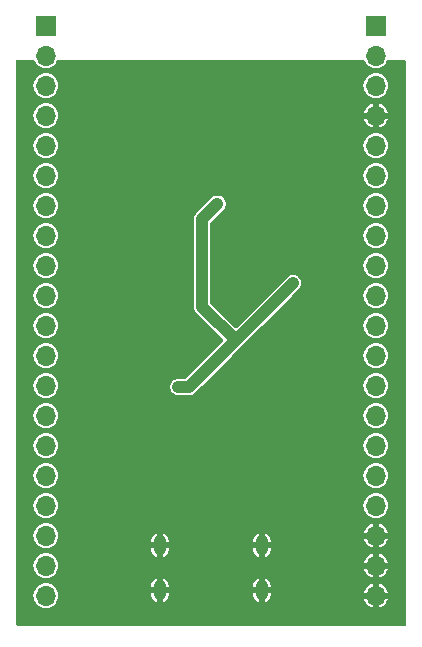
<source format=gbl>
%TF.GenerationSoftware,KiCad,Pcbnew,8.0.3-8.0.3-0~ubuntu22.04.1*%
%TF.CreationDate,2024-10-04T19:55:40+02:00*%
%TF.ProjectId,nrf52832_devboard,6e726635-3238-4333-925f-646576626f61,0.1*%
%TF.SameCoordinates,Original*%
%TF.FileFunction,Copper,L2,Bot*%
%TF.FilePolarity,Positive*%
%FSLAX46Y46*%
G04 Gerber Fmt 4.6, Leading zero omitted, Abs format (unit mm)*
G04 Created by KiCad (PCBNEW 8.0.3-8.0.3-0~ubuntu22.04.1) date 2024-10-04 19:55:40*
%MOMM*%
%LPD*%
G01*
G04 APERTURE LIST*
%TA.AperFunction,ComponentPad*%
%ADD10O,1.100000X1.700000*%
%TD*%
%TA.AperFunction,ComponentPad*%
%ADD11R,0.900000X0.500000*%
%TD*%
%TA.AperFunction,ComponentPad*%
%ADD12R,1.700000X1.700000*%
%TD*%
%TA.AperFunction,ComponentPad*%
%ADD13O,1.700000X1.700000*%
%TD*%
%TA.AperFunction,ViaPad*%
%ADD14C,0.600000*%
%TD*%
%TA.AperFunction,Conductor*%
%ADD15C,1.000000*%
%TD*%
G04 APERTURE END LIST*
D10*
%TO.P,J3,S1,SHIELD*%
%TO.N,GND*%
X154430000Y-102410000D03*
X154430000Y-106210000D03*
X163070000Y-102410000D03*
X163070000Y-106210000D03*
%TD*%
D11*
%TO.P,AE1,2,A*%
%TO.N,GND*%
X165400000Y-61625000D03*
%TD*%
D12*
%TO.P,J2,1,Pin_1*%
%TO.N,/P24*%
X172720000Y-58420000D03*
D13*
%TO.P,J2,2,Pin_2*%
%TO.N,/P23*%
X172720000Y-60960000D03*
%TO.P,J2,3,Pin_3*%
%TO.N,/P22*%
X172720000Y-63500000D03*
%TO.P,J2,4,Pin_4*%
%TO.N,GND*%
X172720000Y-66040000D03*
%TO.P,J2,5,Pin_5*%
%TO.N,/SWDIO*%
X172720000Y-68580000D03*
%TO.P,J2,6,Pin_6*%
%TO.N,/SWCLK*%
X172720000Y-71120000D03*
%TO.P,J2,7,Pin_7*%
%TO.N,/P21*%
X172720000Y-73660000D03*
%TO.P,J2,8,Pin_8*%
%TO.N,/P20*%
X172720000Y-76200000D03*
%TO.P,J2,9,Pin_9*%
%TO.N,/P19*%
X172720000Y-78740000D03*
%TO.P,J2,10,Pin_10*%
%TO.N,/P18*%
X172720000Y-81280000D03*
%TO.P,J2,11,Pin_11*%
%TO.N,/P17*%
X172720000Y-83820000D03*
%TO.P,J2,12,Pin_12*%
%TO.N,/P16*%
X172720000Y-86360000D03*
%TO.P,J2,13,Pin_13*%
%TO.N,/P15*%
X172720000Y-88900000D03*
%TO.P,J2,14,Pin_14*%
%TO.N,/P14*%
X172720000Y-91440000D03*
%TO.P,J2,15,Pin_15*%
%TO.N,/P13*%
X172720000Y-93980000D03*
%TO.P,J2,16,Pin_16*%
%TO.N,/P12*%
X172720000Y-96520000D03*
%TO.P,J2,17,Pin_17*%
%TO.N,/P11*%
X172720000Y-99060000D03*
%TO.P,J2,18,Pin_18*%
%TO.N,GND*%
X172720000Y-101600000D03*
%TO.P,J2,19,Pin_19*%
X172720000Y-104140000D03*
%TO.P,J2,20,Pin_20*%
X172720000Y-106680000D03*
%TD*%
D12*
%TO.P,J1,1,Pin_1*%
%TO.N,/P25*%
X144780000Y-58420000D03*
D13*
%TO.P,J1,2,Pin_2*%
%TO.N,/P26*%
X144780000Y-60960000D03*
%TO.P,J1,3,Pin_3*%
%TO.N,/P27*%
X144780000Y-63500000D03*
%TO.P,J1,4,Pin_4*%
%TO.N,/P28*%
X144780000Y-66040000D03*
%TO.P,J1,5,Pin_5*%
%TO.N,/P29*%
X144780000Y-68580000D03*
%TO.P,J1,6,Pin_6*%
%TO.N,/P30*%
X144780000Y-71120000D03*
%TO.P,J1,7,Pin_7*%
%TO.N,/P31*%
X144780000Y-73660000D03*
%TO.P,J1,8,Pin_8*%
%TO.N,/P00*%
X144780000Y-76200000D03*
%TO.P,J1,9,Pin_9*%
%TO.N,/P01*%
X144780000Y-78740000D03*
%TO.P,J1,10,Pin_10*%
%TO.N,/P02*%
X144780000Y-81280000D03*
%TO.P,J1,11,Pin_11*%
%TO.N,/P03*%
X144780000Y-83820000D03*
%TO.P,J1,12,Pin_12*%
%TO.N,/P04*%
X144780000Y-86360000D03*
%TO.P,J1,13,Pin_13*%
%TO.N,/P05*%
X144780000Y-88900000D03*
%TO.P,J1,14,Pin_14*%
%TO.N,/P06*%
X144780000Y-91440000D03*
%TO.P,J1,15,Pin_15*%
%TO.N,/P07*%
X144780000Y-93980000D03*
%TO.P,J1,16,Pin_16*%
%TO.N,/P08*%
X144780000Y-96520000D03*
%TO.P,J1,17,Pin_17*%
%TO.N,/P09*%
X144780000Y-99060000D03*
%TO.P,J1,18,Pin_18*%
%TO.N,/LED*%
X144780000Y-101600000D03*
%TO.P,J1,19,Pin_19*%
%TO.N,+3V3*%
X144780000Y-104140000D03*
%TO.P,J1,20,Pin_20*%
X144780000Y-106680000D03*
%TD*%
D14*
%TO.N,GND*%
X143615952Y-67066750D03*
X148717000Y-74422000D03*
X174095952Y-100086750D03*
X171555952Y-69606750D03*
X163935952Y-89926750D03*
X164500000Y-62500000D03*
X169015952Y-100086750D03*
X158855952Y-64526750D03*
X143615952Y-69606750D03*
X153775952Y-107706750D03*
X174095952Y-67066750D03*
X161000000Y-76000000D03*
X153775952Y-79766750D03*
X169015952Y-105166750D03*
X163000000Y-76000000D03*
X158855952Y-105166750D03*
X143615952Y-64526750D03*
X162000000Y-64500000D03*
X143615952Y-89926750D03*
X148695952Y-97546750D03*
X174095952Y-84846750D03*
X165700000Y-83100000D03*
X162000000Y-69500000D03*
X146155952Y-107706750D03*
X162000000Y-63500000D03*
X169015952Y-61986750D03*
X161000000Y-77000000D03*
X162000000Y-75000000D03*
X162000000Y-66500000D03*
X151235952Y-61986750D03*
X158855952Y-89926750D03*
X164000000Y-77000000D03*
X159700000Y-81600000D03*
X158855952Y-67066750D03*
X174095952Y-77226750D03*
X166475952Y-102626750D03*
X143615952Y-74686750D03*
X156315952Y-69606750D03*
X174095952Y-72146750D03*
X151235952Y-102626750D03*
X162000000Y-68500000D03*
X151235952Y-100086750D03*
X148717000Y-69469000D03*
X164500000Y-70500000D03*
X166475952Y-105166750D03*
X174095952Y-89926750D03*
X164000000Y-75000000D03*
X164000000Y-76000000D03*
X156315952Y-61986750D03*
X163935952Y-100086750D03*
X153775952Y-64526750D03*
X164490471Y-64434433D03*
X162000000Y-77000000D03*
X170000000Y-76500000D03*
X156315952Y-64526750D03*
X164000000Y-78000000D03*
X161000000Y-78000000D03*
X164500000Y-66500000D03*
X148695952Y-107706750D03*
X143615952Y-100086750D03*
X143615952Y-87386750D03*
X169015952Y-97546750D03*
X174095952Y-82306750D03*
X150000000Y-86500000D03*
X148695952Y-102626750D03*
X174095952Y-87386750D03*
X174095952Y-97546750D03*
X164500000Y-68500000D03*
X151235952Y-107706750D03*
X171555952Y-67066750D03*
X174095952Y-105166750D03*
X163935952Y-97546750D03*
X174095952Y-107706750D03*
X163000000Y-78000000D03*
X162000000Y-78000000D03*
X156315952Y-107706750D03*
X151235952Y-79766750D03*
X161395952Y-92466750D03*
X163000000Y-75000000D03*
X174095952Y-102626750D03*
X161395952Y-61986750D03*
X174095952Y-69606750D03*
X143615952Y-61986750D03*
X171555952Y-105166750D03*
X174095952Y-79766750D03*
X156315952Y-72146750D03*
X143615952Y-95006750D03*
X148717000Y-72136000D03*
X166475952Y-97546750D03*
X143615952Y-72146750D03*
X166475952Y-95006750D03*
X161395952Y-105166750D03*
X166475952Y-64526750D03*
X164500000Y-69500000D03*
X174095952Y-61986750D03*
X151235952Y-64526750D03*
X148695952Y-64526750D03*
X171555952Y-102626750D03*
X159200000Y-68600000D03*
X147500000Y-88500000D03*
X161000000Y-75000000D03*
X143615952Y-97546750D03*
X169015952Y-107706750D03*
X148695952Y-105166750D03*
X174095952Y-64526750D03*
X174095952Y-74686750D03*
X146939000Y-74803000D03*
X162000000Y-67500000D03*
X163000000Y-77000000D03*
X161395952Y-107706750D03*
X156315952Y-67066750D03*
X171555952Y-72146750D03*
X143615952Y-82306750D03*
X143615952Y-92466750D03*
X166475952Y-61986750D03*
X153775952Y-67066750D03*
X148695952Y-95006750D03*
X162000000Y-76000000D03*
X164500000Y-63500000D03*
X171555952Y-100086750D03*
X153775952Y-69606750D03*
X148695952Y-61986750D03*
X158855952Y-107706750D03*
X153775952Y-100086750D03*
X143615952Y-107706750D03*
X162000000Y-70500000D03*
X143615952Y-77226750D03*
X161395952Y-97546750D03*
X156315952Y-92466750D03*
X158855952Y-61986750D03*
X156315952Y-105166750D03*
X162000000Y-65500000D03*
X143615952Y-84846750D03*
X163935952Y-107706750D03*
X174095952Y-95006750D03*
X174095952Y-92466750D03*
X151235952Y-105166750D03*
X164500000Y-65500000D03*
X151235952Y-67066750D03*
X161395952Y-89926750D03*
X143615952Y-79766750D03*
X153775952Y-61986750D03*
X166475952Y-100086750D03*
X143615952Y-102626750D03*
X146155952Y-105166750D03*
X164500000Y-67500000D03*
X171555952Y-107706750D03*
X169015952Y-102626750D03*
X166475952Y-107706750D03*
X143615952Y-105166750D03*
%TO.N,+3V3*%
X159300000Y-73500000D03*
X156000000Y-89000000D03*
X165700000Y-80200000D03*
X158000000Y-81600000D03*
%TD*%
D15*
%TO.N,+3V3*%
X158000000Y-81600000D02*
X158000000Y-82214214D01*
X160835786Y-85050000D02*
X160850000Y-85050000D01*
X158000000Y-81600000D02*
X158000000Y-74800000D01*
X156900000Y-89000000D02*
X160850000Y-85050000D01*
X156000000Y-89000000D02*
X156900000Y-89000000D01*
X158000000Y-82214214D02*
X160835786Y-85050000D01*
X160850000Y-85050000D02*
X165700000Y-80200000D01*
X158000000Y-74800000D02*
X159300000Y-73500000D01*
%TD*%
%TA.AperFunction,Conductor*%
%TO.N,GND*%
G36*
X143763300Y-61319685D02*
G01*
X143805618Y-61365545D01*
X143902315Y-61546450D01*
X143902317Y-61546452D01*
X144033589Y-61706410D01*
X144130209Y-61785702D01*
X144193550Y-61837685D01*
X144376046Y-61935232D01*
X144574066Y-61995300D01*
X144574065Y-61995300D01*
X144592529Y-61997118D01*
X144780000Y-62015583D01*
X144985934Y-61995300D01*
X145183954Y-61935232D01*
X145366450Y-61837685D01*
X145526410Y-61706410D01*
X145657685Y-61546450D01*
X145754381Y-61365545D01*
X145803344Y-61315702D01*
X145863739Y-61300000D01*
X171636261Y-61300000D01*
X171703300Y-61319685D01*
X171745618Y-61365545D01*
X171842315Y-61546450D01*
X171842317Y-61546452D01*
X171973589Y-61706410D01*
X172070209Y-61785702D01*
X172133550Y-61837685D01*
X172316046Y-61935232D01*
X172514066Y-61995300D01*
X172514065Y-61995300D01*
X172532529Y-61997118D01*
X172720000Y-62015583D01*
X172925934Y-61995300D01*
X173123954Y-61935232D01*
X173306450Y-61837685D01*
X173466410Y-61706410D01*
X173597685Y-61546450D01*
X173694381Y-61365545D01*
X173743344Y-61315702D01*
X173803739Y-61300000D01*
X175136000Y-61300000D01*
X175203039Y-61319685D01*
X175248794Y-61372489D01*
X175260000Y-61424000D01*
X175260000Y-109096000D01*
X175240315Y-109163039D01*
X175187511Y-109208794D01*
X175136000Y-109220000D01*
X142364000Y-109220000D01*
X142296961Y-109200315D01*
X142251206Y-109147511D01*
X142240000Y-109096000D01*
X142240000Y-106680000D01*
X143724417Y-106680000D01*
X143744699Y-106885932D01*
X143744700Y-106885934D01*
X143804768Y-107083954D01*
X143902315Y-107266450D01*
X143902317Y-107266452D01*
X144033589Y-107426410D01*
X144130209Y-107505702D01*
X144193550Y-107557685D01*
X144376046Y-107655232D01*
X144574066Y-107715300D01*
X144574065Y-107715300D01*
X144592529Y-107717118D01*
X144780000Y-107735583D01*
X144985934Y-107715300D01*
X145183954Y-107655232D01*
X145366450Y-107557685D01*
X145526410Y-107426410D01*
X145657685Y-107266450D01*
X145755232Y-107083954D01*
X145815300Y-106885934D01*
X145835583Y-106680000D01*
X145815300Y-106474066D01*
X145755232Y-106276046D01*
X145657685Y-106093550D01*
X145605702Y-106030209D01*
X145526410Y-105933589D01*
X145408677Y-105836969D01*
X145407650Y-105836126D01*
X153680000Y-105836126D01*
X153680000Y-105960000D01*
X154130000Y-105960000D01*
X154130000Y-106460000D01*
X153680000Y-106460000D01*
X153680000Y-106583873D01*
X153708820Y-106728759D01*
X153708822Y-106728767D01*
X153765357Y-106865254D01*
X153765362Y-106865264D01*
X153847436Y-106988096D01*
X153847439Y-106988100D01*
X153951899Y-107092560D01*
X153951907Y-107092566D01*
X154074739Y-107174640D01*
X154074743Y-107174642D01*
X154179999Y-107218240D01*
X154180000Y-107218240D01*
X154180000Y-106676988D01*
X154189940Y-106694205D01*
X154245795Y-106750060D01*
X154314204Y-106789556D01*
X154390504Y-106810000D01*
X154469496Y-106810000D01*
X154545796Y-106789556D01*
X154614205Y-106750060D01*
X154670060Y-106694205D01*
X154680000Y-106676988D01*
X154680000Y-107218240D01*
X154785256Y-107174642D01*
X154785260Y-107174640D01*
X154908092Y-107092566D01*
X154908100Y-107092560D01*
X155012560Y-106988100D01*
X155012563Y-106988096D01*
X155094637Y-106865264D01*
X155094642Y-106865254D01*
X155151177Y-106728767D01*
X155151179Y-106728759D01*
X155179999Y-106583873D01*
X155180000Y-106583871D01*
X155180000Y-106460000D01*
X154730000Y-106460000D01*
X154730000Y-105960000D01*
X155180000Y-105960000D01*
X155180000Y-105836128D01*
X155179999Y-105836126D01*
X162320000Y-105836126D01*
X162320000Y-105960000D01*
X162770000Y-105960000D01*
X162770000Y-106460000D01*
X162320000Y-106460000D01*
X162320000Y-106583873D01*
X162348820Y-106728759D01*
X162348822Y-106728767D01*
X162405357Y-106865254D01*
X162405362Y-106865264D01*
X162487436Y-106988096D01*
X162487439Y-106988100D01*
X162591899Y-107092560D01*
X162591907Y-107092566D01*
X162714739Y-107174640D01*
X162714743Y-107174642D01*
X162819999Y-107218240D01*
X162820000Y-107218240D01*
X162820000Y-106676988D01*
X162829940Y-106694205D01*
X162885795Y-106750060D01*
X162954204Y-106789556D01*
X163030504Y-106810000D01*
X163109496Y-106810000D01*
X163185796Y-106789556D01*
X163254205Y-106750060D01*
X163310060Y-106694205D01*
X163320000Y-106676988D01*
X163320000Y-107218240D01*
X163425256Y-107174642D01*
X163425260Y-107174640D01*
X163548092Y-107092566D01*
X163548100Y-107092560D01*
X163652560Y-106988100D01*
X163652563Y-106988096D01*
X163734637Y-106865264D01*
X163734642Y-106865254D01*
X163791177Y-106728767D01*
X163791179Y-106728759D01*
X163819999Y-106583873D01*
X163820000Y-106583871D01*
X163820000Y-106460000D01*
X163370000Y-106460000D01*
X163370000Y-106430000D01*
X171698590Y-106430000D01*
X172286988Y-106430000D01*
X172254075Y-106487007D01*
X172220000Y-106614174D01*
X172220000Y-106745826D01*
X172254075Y-106872993D01*
X172286988Y-106930000D01*
X171698590Y-106930000D01*
X171745233Y-107083766D01*
X171842728Y-107266166D01*
X171842732Y-107266173D01*
X171973944Y-107426055D01*
X172133826Y-107557267D01*
X172133833Y-107557271D01*
X172316233Y-107654766D01*
X172470000Y-107701410D01*
X172470000Y-107113012D01*
X172527007Y-107145925D01*
X172654174Y-107180000D01*
X172785826Y-107180000D01*
X172912993Y-107145925D01*
X172970000Y-107113012D01*
X172970000Y-107701410D01*
X173123766Y-107654766D01*
X173306166Y-107557271D01*
X173306173Y-107557267D01*
X173466055Y-107426055D01*
X173597267Y-107266173D01*
X173597271Y-107266166D01*
X173694766Y-107083766D01*
X173741410Y-106930000D01*
X173153012Y-106930000D01*
X173185925Y-106872993D01*
X173220000Y-106745826D01*
X173220000Y-106614174D01*
X173185925Y-106487007D01*
X173153012Y-106430000D01*
X173741410Y-106430000D01*
X173694766Y-106276233D01*
X173597271Y-106093833D01*
X173597267Y-106093826D01*
X173466055Y-105933944D01*
X173306173Y-105802732D01*
X173306166Y-105802728D01*
X173123763Y-105705232D01*
X172970000Y-105658587D01*
X172970000Y-106246988D01*
X172912993Y-106214075D01*
X172785826Y-106180000D01*
X172654174Y-106180000D01*
X172527007Y-106214075D01*
X172470000Y-106246988D01*
X172470000Y-105658587D01*
X172316236Y-105705232D01*
X172133833Y-105802728D01*
X172133826Y-105802732D01*
X171973944Y-105933944D01*
X171842732Y-106093826D01*
X171842728Y-106093833D01*
X171745233Y-106276233D01*
X171698590Y-106430000D01*
X163370000Y-106430000D01*
X163370000Y-105960000D01*
X163820000Y-105960000D01*
X163820000Y-105836128D01*
X163819999Y-105836126D01*
X163791179Y-105691240D01*
X163791177Y-105691232D01*
X163734642Y-105554745D01*
X163734637Y-105554735D01*
X163652563Y-105431903D01*
X163652560Y-105431899D01*
X163548100Y-105327439D01*
X163548096Y-105327436D01*
X163425264Y-105245362D01*
X163425254Y-105245357D01*
X163320000Y-105201759D01*
X163320000Y-105743011D01*
X163310060Y-105725795D01*
X163254205Y-105669940D01*
X163185796Y-105630444D01*
X163109496Y-105610000D01*
X163030504Y-105610000D01*
X162954204Y-105630444D01*
X162885795Y-105669940D01*
X162829940Y-105725795D01*
X162820000Y-105743011D01*
X162820000Y-105201759D01*
X162819999Y-105201759D01*
X162714745Y-105245357D01*
X162714735Y-105245362D01*
X162591903Y-105327436D01*
X162591899Y-105327439D01*
X162487439Y-105431899D01*
X162487436Y-105431903D01*
X162405362Y-105554735D01*
X162405357Y-105554745D01*
X162348822Y-105691232D01*
X162348820Y-105691240D01*
X162320000Y-105836126D01*
X155179999Y-105836126D01*
X155151179Y-105691240D01*
X155151177Y-105691232D01*
X155094642Y-105554745D01*
X155094637Y-105554735D01*
X155012563Y-105431903D01*
X155012560Y-105431899D01*
X154908100Y-105327439D01*
X154908096Y-105327436D01*
X154785264Y-105245362D01*
X154785254Y-105245357D01*
X154680000Y-105201759D01*
X154680000Y-105743011D01*
X154670060Y-105725795D01*
X154614205Y-105669940D01*
X154545796Y-105630444D01*
X154469496Y-105610000D01*
X154390504Y-105610000D01*
X154314204Y-105630444D01*
X154245795Y-105669940D01*
X154189940Y-105725795D01*
X154180000Y-105743011D01*
X154180000Y-105201759D01*
X154179999Y-105201759D01*
X154074745Y-105245357D01*
X154074735Y-105245362D01*
X153951903Y-105327436D01*
X153951899Y-105327439D01*
X153847439Y-105431899D01*
X153847436Y-105431903D01*
X153765362Y-105554735D01*
X153765357Y-105554745D01*
X153708822Y-105691232D01*
X153708820Y-105691240D01*
X153680000Y-105836126D01*
X145407650Y-105836126D01*
X145366450Y-105802315D01*
X145183954Y-105704768D01*
X144985934Y-105644700D01*
X144985932Y-105644699D01*
X144985934Y-105644699D01*
X144780000Y-105624417D01*
X144574067Y-105644699D01*
X144376043Y-105704769D01*
X144265898Y-105763643D01*
X144193550Y-105802315D01*
X144193548Y-105802316D01*
X144193547Y-105802317D01*
X144033589Y-105933589D01*
X143902317Y-106093547D01*
X143902315Y-106093550D01*
X143902164Y-106093833D01*
X143804769Y-106276043D01*
X143744699Y-106474067D01*
X143724417Y-106680000D01*
X142240000Y-106680000D01*
X142240000Y-104140000D01*
X143724417Y-104140000D01*
X143744699Y-104345932D01*
X143744700Y-104345934D01*
X143804768Y-104543954D01*
X143902315Y-104726450D01*
X143902317Y-104726452D01*
X144033589Y-104886410D01*
X144130209Y-104965702D01*
X144193550Y-105017685D01*
X144376046Y-105115232D01*
X144574066Y-105175300D01*
X144574065Y-105175300D01*
X144592529Y-105177118D01*
X144780000Y-105195583D01*
X144985934Y-105175300D01*
X145183954Y-105115232D01*
X145366450Y-105017685D01*
X145526410Y-104886410D01*
X145657685Y-104726450D01*
X145755232Y-104543954D01*
X145815300Y-104345934D01*
X145835583Y-104140000D01*
X145815300Y-103934066D01*
X145801933Y-103890000D01*
X171698590Y-103890000D01*
X172286988Y-103890000D01*
X172254075Y-103947007D01*
X172220000Y-104074174D01*
X172220000Y-104205826D01*
X172254075Y-104332993D01*
X172286988Y-104390000D01*
X171698590Y-104390000D01*
X171745233Y-104543766D01*
X171842728Y-104726166D01*
X171842732Y-104726173D01*
X171973944Y-104886055D01*
X172133826Y-105017267D01*
X172133833Y-105017271D01*
X172316233Y-105114766D01*
X172470000Y-105161410D01*
X172470000Y-104573012D01*
X172527007Y-104605925D01*
X172654174Y-104640000D01*
X172785826Y-104640000D01*
X172912993Y-104605925D01*
X172970000Y-104573012D01*
X172970000Y-105161410D01*
X173123766Y-105114766D01*
X173306166Y-105017271D01*
X173306173Y-105017267D01*
X173466055Y-104886055D01*
X173597267Y-104726173D01*
X173597271Y-104726166D01*
X173694766Y-104543766D01*
X173741410Y-104390000D01*
X173153012Y-104390000D01*
X173185925Y-104332993D01*
X173220000Y-104205826D01*
X173220000Y-104074174D01*
X173185925Y-103947007D01*
X173153012Y-103890000D01*
X173741410Y-103890000D01*
X173694766Y-103736233D01*
X173597271Y-103553833D01*
X173597267Y-103553826D01*
X173466055Y-103393944D01*
X173306173Y-103262732D01*
X173306166Y-103262728D01*
X173123763Y-103165232D01*
X172970000Y-103118587D01*
X172970000Y-103706988D01*
X172912993Y-103674075D01*
X172785826Y-103640000D01*
X172654174Y-103640000D01*
X172527007Y-103674075D01*
X172470000Y-103706988D01*
X172470000Y-103118587D01*
X172316236Y-103165232D01*
X172133833Y-103262728D01*
X172133826Y-103262732D01*
X171973944Y-103393944D01*
X171842732Y-103553826D01*
X171842728Y-103553833D01*
X171745233Y-103736233D01*
X171698590Y-103890000D01*
X145801933Y-103890000D01*
X145755232Y-103736046D01*
X145657685Y-103553550D01*
X145526701Y-103393944D01*
X145526410Y-103393589D01*
X145366452Y-103262317D01*
X145366453Y-103262317D01*
X145366450Y-103262315D01*
X145183954Y-103164768D01*
X144985934Y-103104700D01*
X144985932Y-103104699D01*
X144985934Y-103104699D01*
X144780000Y-103084417D01*
X144574067Y-103104699D01*
X144376043Y-103164769D01*
X144332395Y-103188100D01*
X144193550Y-103262315D01*
X144193548Y-103262316D01*
X144193547Y-103262317D01*
X144033589Y-103393589D01*
X143902317Y-103553547D01*
X143902315Y-103553550D01*
X143902164Y-103553833D01*
X143804769Y-103736043D01*
X143744699Y-103934067D01*
X143724417Y-104140000D01*
X142240000Y-104140000D01*
X142240000Y-101600000D01*
X143724417Y-101600000D01*
X143744699Y-101805932D01*
X143744700Y-101805934D01*
X143804768Y-102003954D01*
X143902315Y-102186450D01*
X143902317Y-102186452D01*
X144033589Y-102346410D01*
X144130209Y-102425702D01*
X144193550Y-102477685D01*
X144376046Y-102575232D01*
X144574066Y-102635300D01*
X144574065Y-102635300D01*
X144592529Y-102637118D01*
X144780000Y-102655583D01*
X144985934Y-102635300D01*
X145183954Y-102575232D01*
X145366450Y-102477685D01*
X145526410Y-102346410D01*
X145657685Y-102186450D01*
X145738036Y-102036126D01*
X153680000Y-102036126D01*
X153680000Y-102160000D01*
X154130000Y-102160000D01*
X154130000Y-102660000D01*
X153680000Y-102660000D01*
X153680000Y-102783873D01*
X153708820Y-102928759D01*
X153708822Y-102928767D01*
X153765357Y-103065254D01*
X153765362Y-103065264D01*
X153847436Y-103188096D01*
X153847439Y-103188100D01*
X153951899Y-103292560D01*
X153951907Y-103292566D01*
X154074739Y-103374640D01*
X154074743Y-103374642D01*
X154179999Y-103418240D01*
X154180000Y-103418240D01*
X154180000Y-102876988D01*
X154189940Y-102894205D01*
X154245795Y-102950060D01*
X154314204Y-102989556D01*
X154390504Y-103010000D01*
X154469496Y-103010000D01*
X154545796Y-102989556D01*
X154614205Y-102950060D01*
X154670060Y-102894205D01*
X154680000Y-102876988D01*
X154680000Y-103418240D01*
X154785256Y-103374642D01*
X154785260Y-103374640D01*
X154908092Y-103292566D01*
X154908100Y-103292560D01*
X155012560Y-103188100D01*
X155012563Y-103188096D01*
X155094637Y-103065264D01*
X155094642Y-103065254D01*
X155151177Y-102928767D01*
X155151179Y-102928759D01*
X155179999Y-102783873D01*
X155180000Y-102783871D01*
X155180000Y-102660000D01*
X154730000Y-102660000D01*
X154730000Y-102160000D01*
X155180000Y-102160000D01*
X155180000Y-102036128D01*
X155179999Y-102036126D01*
X162320000Y-102036126D01*
X162320000Y-102160000D01*
X162770000Y-102160000D01*
X162770000Y-102660000D01*
X162320000Y-102660000D01*
X162320000Y-102783873D01*
X162348820Y-102928759D01*
X162348822Y-102928767D01*
X162405357Y-103065254D01*
X162405362Y-103065264D01*
X162487436Y-103188096D01*
X162487439Y-103188100D01*
X162591899Y-103292560D01*
X162591907Y-103292566D01*
X162714739Y-103374640D01*
X162714743Y-103374642D01*
X162819999Y-103418240D01*
X162820000Y-103418240D01*
X162820000Y-102876988D01*
X162829940Y-102894205D01*
X162885795Y-102950060D01*
X162954204Y-102989556D01*
X163030504Y-103010000D01*
X163109496Y-103010000D01*
X163185796Y-102989556D01*
X163254205Y-102950060D01*
X163310060Y-102894205D01*
X163320000Y-102876988D01*
X163320000Y-103418240D01*
X163425256Y-103374642D01*
X163425260Y-103374640D01*
X163548092Y-103292566D01*
X163548100Y-103292560D01*
X163652560Y-103188100D01*
X163652563Y-103188096D01*
X163734637Y-103065264D01*
X163734642Y-103065254D01*
X163791177Y-102928767D01*
X163791179Y-102928759D01*
X163819999Y-102783873D01*
X163820000Y-102783871D01*
X163820000Y-102660000D01*
X163370000Y-102660000D01*
X163370000Y-102160000D01*
X163820000Y-102160000D01*
X163820000Y-102036128D01*
X163819999Y-102036126D01*
X163791179Y-101891240D01*
X163791177Y-101891232D01*
X163734642Y-101754745D01*
X163734637Y-101754735D01*
X163652563Y-101631903D01*
X163652560Y-101631899D01*
X163548100Y-101527439D01*
X163548096Y-101527436D01*
X163425264Y-101445362D01*
X163425254Y-101445357D01*
X163320000Y-101401759D01*
X163320000Y-101943011D01*
X163310060Y-101925795D01*
X163254205Y-101869940D01*
X163185796Y-101830444D01*
X163109496Y-101810000D01*
X163030504Y-101810000D01*
X162954204Y-101830444D01*
X162885795Y-101869940D01*
X162829940Y-101925795D01*
X162820000Y-101943011D01*
X162820000Y-101401759D01*
X162819999Y-101401759D01*
X162714745Y-101445357D01*
X162714735Y-101445362D01*
X162591903Y-101527436D01*
X162591899Y-101527439D01*
X162487439Y-101631899D01*
X162487436Y-101631903D01*
X162405362Y-101754735D01*
X162405357Y-101754745D01*
X162348822Y-101891232D01*
X162348820Y-101891240D01*
X162320000Y-102036126D01*
X155179999Y-102036126D01*
X155151179Y-101891240D01*
X155151177Y-101891232D01*
X155094642Y-101754745D01*
X155094637Y-101754735D01*
X155012563Y-101631903D01*
X155012560Y-101631899D01*
X154908100Y-101527439D01*
X154908096Y-101527436D01*
X154785264Y-101445362D01*
X154785254Y-101445357D01*
X154680000Y-101401759D01*
X154680000Y-101943011D01*
X154670060Y-101925795D01*
X154614205Y-101869940D01*
X154545796Y-101830444D01*
X154469496Y-101810000D01*
X154390504Y-101810000D01*
X154314204Y-101830444D01*
X154245795Y-101869940D01*
X154189940Y-101925795D01*
X154180000Y-101943011D01*
X154180000Y-101401759D01*
X154179999Y-101401759D01*
X154074745Y-101445357D01*
X154074735Y-101445362D01*
X153951903Y-101527436D01*
X153951899Y-101527439D01*
X153847439Y-101631899D01*
X153847436Y-101631903D01*
X153765362Y-101754735D01*
X153765357Y-101754745D01*
X153708822Y-101891232D01*
X153708820Y-101891240D01*
X153680000Y-102036126D01*
X145738036Y-102036126D01*
X145755232Y-102003954D01*
X145815300Y-101805934D01*
X145835583Y-101600000D01*
X145815300Y-101394066D01*
X145801933Y-101350000D01*
X171698590Y-101350000D01*
X172286988Y-101350000D01*
X172254075Y-101407007D01*
X172220000Y-101534174D01*
X172220000Y-101665826D01*
X172254075Y-101792993D01*
X172286988Y-101850000D01*
X171698590Y-101850000D01*
X171745233Y-102003766D01*
X171842728Y-102186166D01*
X171842732Y-102186173D01*
X171973944Y-102346055D01*
X172133826Y-102477267D01*
X172133833Y-102477271D01*
X172316233Y-102574766D01*
X172470000Y-102621410D01*
X172470000Y-102033012D01*
X172527007Y-102065925D01*
X172654174Y-102100000D01*
X172785826Y-102100000D01*
X172912993Y-102065925D01*
X172970000Y-102033012D01*
X172970000Y-102621410D01*
X173123766Y-102574766D01*
X173306166Y-102477271D01*
X173306173Y-102477267D01*
X173466055Y-102346055D01*
X173597267Y-102186173D01*
X173597271Y-102186166D01*
X173694766Y-102003766D01*
X173741410Y-101850000D01*
X173153012Y-101850000D01*
X173185925Y-101792993D01*
X173220000Y-101665826D01*
X173220000Y-101534174D01*
X173185925Y-101407007D01*
X173153012Y-101350000D01*
X173741410Y-101350000D01*
X173694766Y-101196233D01*
X173597271Y-101013833D01*
X173597267Y-101013826D01*
X173466055Y-100853944D01*
X173306173Y-100722732D01*
X173306166Y-100722728D01*
X173123763Y-100625232D01*
X172970000Y-100578587D01*
X172970000Y-101166988D01*
X172912993Y-101134075D01*
X172785826Y-101100000D01*
X172654174Y-101100000D01*
X172527007Y-101134075D01*
X172470000Y-101166988D01*
X172470000Y-100578587D01*
X172316236Y-100625232D01*
X172133833Y-100722728D01*
X172133826Y-100722732D01*
X171973944Y-100853944D01*
X171842732Y-101013826D01*
X171842728Y-101013833D01*
X171745233Y-101196233D01*
X171698590Y-101350000D01*
X145801933Y-101350000D01*
X145755232Y-101196046D01*
X145657685Y-101013550D01*
X145526701Y-100853944D01*
X145526410Y-100853589D01*
X145366452Y-100722317D01*
X145366453Y-100722317D01*
X145366450Y-100722315D01*
X145183954Y-100624768D01*
X144985934Y-100564700D01*
X144985932Y-100564699D01*
X144985934Y-100564699D01*
X144780000Y-100544417D01*
X144574067Y-100564699D01*
X144376043Y-100624769D01*
X144265898Y-100683643D01*
X144193550Y-100722315D01*
X144193548Y-100722316D01*
X144193547Y-100722317D01*
X144033589Y-100853589D01*
X143902317Y-101013547D01*
X143902315Y-101013550D01*
X143902164Y-101013833D01*
X143804769Y-101196043D01*
X143744699Y-101394067D01*
X143724417Y-101600000D01*
X142240000Y-101600000D01*
X142240000Y-99060000D01*
X143724417Y-99060000D01*
X143744699Y-99265932D01*
X143744700Y-99265934D01*
X143804768Y-99463954D01*
X143902315Y-99646450D01*
X143902317Y-99646452D01*
X144033589Y-99806410D01*
X144130209Y-99885702D01*
X144193550Y-99937685D01*
X144376046Y-100035232D01*
X144574066Y-100095300D01*
X144574065Y-100095300D01*
X144592529Y-100097118D01*
X144780000Y-100115583D01*
X144985934Y-100095300D01*
X145183954Y-100035232D01*
X145366450Y-99937685D01*
X145526410Y-99806410D01*
X145657685Y-99646450D01*
X145755232Y-99463954D01*
X145815300Y-99265934D01*
X145835583Y-99060000D01*
X171664417Y-99060000D01*
X171684699Y-99265932D01*
X171684700Y-99265934D01*
X171744768Y-99463954D01*
X171842315Y-99646450D01*
X171842317Y-99646452D01*
X171973589Y-99806410D01*
X172070209Y-99885702D01*
X172133550Y-99937685D01*
X172316046Y-100035232D01*
X172514066Y-100095300D01*
X172514065Y-100095300D01*
X172532529Y-100097118D01*
X172720000Y-100115583D01*
X172925934Y-100095300D01*
X173123954Y-100035232D01*
X173306450Y-99937685D01*
X173466410Y-99806410D01*
X173597685Y-99646450D01*
X173695232Y-99463954D01*
X173755300Y-99265934D01*
X173775583Y-99060000D01*
X173755300Y-98854066D01*
X173695232Y-98656046D01*
X173597685Y-98473550D01*
X173545702Y-98410209D01*
X173466410Y-98313589D01*
X173306452Y-98182317D01*
X173306453Y-98182317D01*
X173306450Y-98182315D01*
X173123954Y-98084768D01*
X172925934Y-98024700D01*
X172925932Y-98024699D01*
X172925934Y-98024699D01*
X172720000Y-98004417D01*
X172514067Y-98024699D01*
X172316043Y-98084769D01*
X172205898Y-98143643D01*
X172133550Y-98182315D01*
X172133548Y-98182316D01*
X172133547Y-98182317D01*
X171973589Y-98313589D01*
X171842317Y-98473547D01*
X171744769Y-98656043D01*
X171684699Y-98854067D01*
X171664417Y-99060000D01*
X145835583Y-99060000D01*
X145815300Y-98854066D01*
X145755232Y-98656046D01*
X145657685Y-98473550D01*
X145605702Y-98410209D01*
X145526410Y-98313589D01*
X145366452Y-98182317D01*
X145366453Y-98182317D01*
X145366450Y-98182315D01*
X145183954Y-98084768D01*
X144985934Y-98024700D01*
X144985932Y-98024699D01*
X144985934Y-98024699D01*
X144780000Y-98004417D01*
X144574067Y-98024699D01*
X144376043Y-98084769D01*
X144265898Y-98143643D01*
X144193550Y-98182315D01*
X144193548Y-98182316D01*
X144193547Y-98182317D01*
X144033589Y-98313589D01*
X143902317Y-98473547D01*
X143804769Y-98656043D01*
X143744699Y-98854067D01*
X143724417Y-99060000D01*
X142240000Y-99060000D01*
X142240000Y-96520000D01*
X143724417Y-96520000D01*
X143744699Y-96725932D01*
X143744700Y-96725934D01*
X143804768Y-96923954D01*
X143902315Y-97106450D01*
X143902317Y-97106452D01*
X144033589Y-97266410D01*
X144130209Y-97345702D01*
X144193550Y-97397685D01*
X144376046Y-97495232D01*
X144574066Y-97555300D01*
X144574065Y-97555300D01*
X144592529Y-97557118D01*
X144780000Y-97575583D01*
X144985934Y-97555300D01*
X145183954Y-97495232D01*
X145366450Y-97397685D01*
X145526410Y-97266410D01*
X145657685Y-97106450D01*
X145755232Y-96923954D01*
X145815300Y-96725934D01*
X145835583Y-96520000D01*
X171664417Y-96520000D01*
X171684699Y-96725932D01*
X171684700Y-96725934D01*
X171744768Y-96923954D01*
X171842315Y-97106450D01*
X171842317Y-97106452D01*
X171973589Y-97266410D01*
X172070209Y-97345702D01*
X172133550Y-97397685D01*
X172316046Y-97495232D01*
X172514066Y-97555300D01*
X172514065Y-97555300D01*
X172532529Y-97557118D01*
X172720000Y-97575583D01*
X172925934Y-97555300D01*
X173123954Y-97495232D01*
X173306450Y-97397685D01*
X173466410Y-97266410D01*
X173597685Y-97106450D01*
X173695232Y-96923954D01*
X173755300Y-96725934D01*
X173775583Y-96520000D01*
X173755300Y-96314066D01*
X173695232Y-96116046D01*
X173597685Y-95933550D01*
X173545702Y-95870209D01*
X173466410Y-95773589D01*
X173306452Y-95642317D01*
X173306453Y-95642317D01*
X173306450Y-95642315D01*
X173123954Y-95544768D01*
X172925934Y-95484700D01*
X172925932Y-95484699D01*
X172925934Y-95484699D01*
X172720000Y-95464417D01*
X172514067Y-95484699D01*
X172316043Y-95544769D01*
X172205898Y-95603643D01*
X172133550Y-95642315D01*
X172133548Y-95642316D01*
X172133547Y-95642317D01*
X171973589Y-95773589D01*
X171842317Y-95933547D01*
X171744769Y-96116043D01*
X171684699Y-96314067D01*
X171664417Y-96520000D01*
X145835583Y-96520000D01*
X145815300Y-96314066D01*
X145755232Y-96116046D01*
X145657685Y-95933550D01*
X145605702Y-95870209D01*
X145526410Y-95773589D01*
X145366452Y-95642317D01*
X145366453Y-95642317D01*
X145366450Y-95642315D01*
X145183954Y-95544768D01*
X144985934Y-95484700D01*
X144985932Y-95484699D01*
X144985934Y-95484699D01*
X144780000Y-95464417D01*
X144574067Y-95484699D01*
X144376043Y-95544769D01*
X144265898Y-95603643D01*
X144193550Y-95642315D01*
X144193548Y-95642316D01*
X144193547Y-95642317D01*
X144033589Y-95773589D01*
X143902317Y-95933547D01*
X143804769Y-96116043D01*
X143744699Y-96314067D01*
X143724417Y-96520000D01*
X142240000Y-96520000D01*
X142240000Y-93980000D01*
X143724417Y-93980000D01*
X143744699Y-94185932D01*
X143744700Y-94185934D01*
X143804768Y-94383954D01*
X143902315Y-94566450D01*
X143902317Y-94566452D01*
X144033589Y-94726410D01*
X144130209Y-94805702D01*
X144193550Y-94857685D01*
X144376046Y-94955232D01*
X144574066Y-95015300D01*
X144574065Y-95015300D01*
X144592529Y-95017118D01*
X144780000Y-95035583D01*
X144985934Y-95015300D01*
X145183954Y-94955232D01*
X145366450Y-94857685D01*
X145526410Y-94726410D01*
X145657685Y-94566450D01*
X145755232Y-94383954D01*
X145815300Y-94185934D01*
X145835583Y-93980000D01*
X171664417Y-93980000D01*
X171684699Y-94185932D01*
X171684700Y-94185934D01*
X171744768Y-94383954D01*
X171842315Y-94566450D01*
X171842317Y-94566452D01*
X171973589Y-94726410D01*
X172070209Y-94805702D01*
X172133550Y-94857685D01*
X172316046Y-94955232D01*
X172514066Y-95015300D01*
X172514065Y-95015300D01*
X172532529Y-95017118D01*
X172720000Y-95035583D01*
X172925934Y-95015300D01*
X173123954Y-94955232D01*
X173306450Y-94857685D01*
X173466410Y-94726410D01*
X173597685Y-94566450D01*
X173695232Y-94383954D01*
X173755300Y-94185934D01*
X173775583Y-93980000D01*
X173755300Y-93774066D01*
X173695232Y-93576046D01*
X173597685Y-93393550D01*
X173545702Y-93330209D01*
X173466410Y-93233589D01*
X173306452Y-93102317D01*
X173306453Y-93102317D01*
X173306450Y-93102315D01*
X173123954Y-93004768D01*
X172925934Y-92944700D01*
X172925932Y-92944699D01*
X172925934Y-92944699D01*
X172720000Y-92924417D01*
X172514067Y-92944699D01*
X172316043Y-93004769D01*
X172205898Y-93063643D01*
X172133550Y-93102315D01*
X172133548Y-93102316D01*
X172133547Y-93102317D01*
X171973589Y-93233589D01*
X171842317Y-93393547D01*
X171744769Y-93576043D01*
X171684699Y-93774067D01*
X171664417Y-93980000D01*
X145835583Y-93980000D01*
X145815300Y-93774066D01*
X145755232Y-93576046D01*
X145657685Y-93393550D01*
X145605702Y-93330209D01*
X145526410Y-93233589D01*
X145366452Y-93102317D01*
X145366453Y-93102317D01*
X145366450Y-93102315D01*
X145183954Y-93004768D01*
X144985934Y-92944700D01*
X144985932Y-92944699D01*
X144985934Y-92944699D01*
X144780000Y-92924417D01*
X144574067Y-92944699D01*
X144376043Y-93004769D01*
X144265898Y-93063643D01*
X144193550Y-93102315D01*
X144193548Y-93102316D01*
X144193547Y-93102317D01*
X144033589Y-93233589D01*
X143902317Y-93393547D01*
X143804769Y-93576043D01*
X143744699Y-93774067D01*
X143724417Y-93980000D01*
X142240000Y-93980000D01*
X142240000Y-91440000D01*
X143724417Y-91440000D01*
X143744699Y-91645932D01*
X143744700Y-91645934D01*
X143804768Y-91843954D01*
X143902315Y-92026450D01*
X143902317Y-92026452D01*
X144033589Y-92186410D01*
X144130209Y-92265702D01*
X144193550Y-92317685D01*
X144376046Y-92415232D01*
X144574066Y-92475300D01*
X144574065Y-92475300D01*
X144592529Y-92477118D01*
X144780000Y-92495583D01*
X144985934Y-92475300D01*
X145183954Y-92415232D01*
X145366450Y-92317685D01*
X145526410Y-92186410D01*
X145657685Y-92026450D01*
X145755232Y-91843954D01*
X145815300Y-91645934D01*
X145835583Y-91440000D01*
X171664417Y-91440000D01*
X171684699Y-91645932D01*
X171684700Y-91645934D01*
X171744768Y-91843954D01*
X171842315Y-92026450D01*
X171842317Y-92026452D01*
X171973589Y-92186410D01*
X172070209Y-92265702D01*
X172133550Y-92317685D01*
X172316046Y-92415232D01*
X172514066Y-92475300D01*
X172514065Y-92475300D01*
X172532529Y-92477118D01*
X172720000Y-92495583D01*
X172925934Y-92475300D01*
X173123954Y-92415232D01*
X173306450Y-92317685D01*
X173466410Y-92186410D01*
X173597685Y-92026450D01*
X173695232Y-91843954D01*
X173755300Y-91645934D01*
X173775583Y-91440000D01*
X173755300Y-91234066D01*
X173695232Y-91036046D01*
X173597685Y-90853550D01*
X173545702Y-90790209D01*
X173466410Y-90693589D01*
X173306452Y-90562317D01*
X173306453Y-90562317D01*
X173306450Y-90562315D01*
X173123954Y-90464768D01*
X172925934Y-90404700D01*
X172925932Y-90404699D01*
X172925934Y-90404699D01*
X172720000Y-90384417D01*
X172514067Y-90404699D01*
X172316043Y-90464769D01*
X172205898Y-90523643D01*
X172133550Y-90562315D01*
X172133548Y-90562316D01*
X172133547Y-90562317D01*
X171973589Y-90693589D01*
X171842317Y-90853547D01*
X171744769Y-91036043D01*
X171684699Y-91234067D01*
X171664417Y-91440000D01*
X145835583Y-91440000D01*
X145815300Y-91234066D01*
X145755232Y-91036046D01*
X145657685Y-90853550D01*
X145605702Y-90790209D01*
X145526410Y-90693589D01*
X145366452Y-90562317D01*
X145366453Y-90562317D01*
X145366450Y-90562315D01*
X145183954Y-90464768D01*
X144985934Y-90404700D01*
X144985932Y-90404699D01*
X144985934Y-90404699D01*
X144780000Y-90384417D01*
X144574067Y-90404699D01*
X144376043Y-90464769D01*
X144265898Y-90523643D01*
X144193550Y-90562315D01*
X144193548Y-90562316D01*
X144193547Y-90562317D01*
X144033589Y-90693589D01*
X143902317Y-90853547D01*
X143804769Y-91036043D01*
X143744699Y-91234067D01*
X143724417Y-91440000D01*
X142240000Y-91440000D01*
X142240000Y-88900000D01*
X143724417Y-88900000D01*
X143744699Y-89105932D01*
X143744700Y-89105934D01*
X143804768Y-89303954D01*
X143902315Y-89486450D01*
X143902317Y-89486452D01*
X144033589Y-89646410D01*
X144099499Y-89700500D01*
X144193550Y-89777685D01*
X144376046Y-89875232D01*
X144574066Y-89935300D01*
X144574065Y-89935300D01*
X144592529Y-89937118D01*
X144780000Y-89955583D01*
X144985934Y-89935300D01*
X145183954Y-89875232D01*
X145366450Y-89777685D01*
X145526410Y-89646410D01*
X145657685Y-89486450D01*
X145755232Y-89303954D01*
X145815300Y-89105934D01*
X145818938Y-89068995D01*
X155299499Y-89068995D01*
X155326418Y-89204322D01*
X155326421Y-89204332D01*
X155379221Y-89331804D01*
X155379228Y-89331817D01*
X155455885Y-89446541D01*
X155455888Y-89446545D01*
X155553454Y-89544111D01*
X155553458Y-89544114D01*
X155668182Y-89620771D01*
X155668195Y-89620778D01*
X155795667Y-89673578D01*
X155795672Y-89673580D01*
X155795676Y-89673580D01*
X155795677Y-89673581D01*
X155931004Y-89700500D01*
X155931007Y-89700500D01*
X156968996Y-89700500D01*
X157060040Y-89682389D01*
X157104328Y-89673580D01*
X157169922Y-89646410D01*
X157231807Y-89620777D01*
X157231808Y-89620776D01*
X157231811Y-89620775D01*
X157346543Y-89544114D01*
X157990657Y-88900000D01*
X171664417Y-88900000D01*
X171684699Y-89105932D01*
X171684700Y-89105934D01*
X171744768Y-89303954D01*
X171842315Y-89486450D01*
X171842317Y-89486452D01*
X171973589Y-89646410D01*
X172039499Y-89700500D01*
X172133550Y-89777685D01*
X172316046Y-89875232D01*
X172514066Y-89935300D01*
X172514065Y-89935300D01*
X172532529Y-89937118D01*
X172720000Y-89955583D01*
X172925934Y-89935300D01*
X173123954Y-89875232D01*
X173306450Y-89777685D01*
X173466410Y-89646410D01*
X173597685Y-89486450D01*
X173695232Y-89303954D01*
X173755300Y-89105934D01*
X173775583Y-88900000D01*
X173755300Y-88694066D01*
X173695232Y-88496046D01*
X173597685Y-88313550D01*
X173545702Y-88250209D01*
X173466410Y-88153589D01*
X173306452Y-88022317D01*
X173306453Y-88022317D01*
X173306450Y-88022315D01*
X173123954Y-87924768D01*
X172925934Y-87864700D01*
X172925932Y-87864699D01*
X172925934Y-87864699D01*
X172720000Y-87844417D01*
X172514067Y-87864699D01*
X172316043Y-87924769D01*
X172205898Y-87983643D01*
X172133550Y-88022315D01*
X172133548Y-88022316D01*
X172133547Y-88022317D01*
X171973589Y-88153589D01*
X171856171Y-88296666D01*
X171842315Y-88313550D01*
X171807213Y-88379221D01*
X171744769Y-88496043D01*
X171684699Y-88694067D01*
X171664417Y-88900000D01*
X157990657Y-88900000D01*
X160530657Y-86360000D01*
X171664417Y-86360000D01*
X171684699Y-86565932D01*
X171684700Y-86565934D01*
X171744768Y-86763954D01*
X171842315Y-86946450D01*
X171842317Y-86946452D01*
X171973589Y-87106410D01*
X172070209Y-87185702D01*
X172133550Y-87237685D01*
X172316046Y-87335232D01*
X172514066Y-87395300D01*
X172514065Y-87395300D01*
X172532529Y-87397118D01*
X172720000Y-87415583D01*
X172925934Y-87395300D01*
X173123954Y-87335232D01*
X173306450Y-87237685D01*
X173466410Y-87106410D01*
X173597685Y-86946450D01*
X173695232Y-86763954D01*
X173755300Y-86565934D01*
X173775583Y-86360000D01*
X173755300Y-86154066D01*
X173695232Y-85956046D01*
X173597685Y-85773550D01*
X173545702Y-85710209D01*
X173466410Y-85613589D01*
X173323787Y-85496543D01*
X173306450Y-85482315D01*
X173123954Y-85384768D01*
X172925934Y-85324700D01*
X172925932Y-85324699D01*
X172925934Y-85324699D01*
X172720000Y-85304417D01*
X172514067Y-85324699D01*
X172316043Y-85384769D01*
X172205898Y-85443643D01*
X172133550Y-85482315D01*
X172133548Y-85482316D01*
X172133547Y-85482317D01*
X171973589Y-85613589D01*
X171842317Y-85773547D01*
X171744769Y-85956043D01*
X171684699Y-86154067D01*
X171664417Y-86360000D01*
X160530657Y-86360000D01*
X161394114Y-85496543D01*
X161394115Y-85496542D01*
X163070657Y-83820000D01*
X171664417Y-83820000D01*
X171684699Y-84025932D01*
X171684700Y-84025934D01*
X171744768Y-84223954D01*
X171842315Y-84406450D01*
X171842317Y-84406452D01*
X171973589Y-84566410D01*
X172070209Y-84645702D01*
X172133550Y-84697685D01*
X172316046Y-84795232D01*
X172514066Y-84855300D01*
X172514065Y-84855300D01*
X172532529Y-84857118D01*
X172720000Y-84875583D01*
X172925934Y-84855300D01*
X173123954Y-84795232D01*
X173306450Y-84697685D01*
X173466410Y-84566410D01*
X173597685Y-84406450D01*
X173695232Y-84223954D01*
X173755300Y-84025934D01*
X173775583Y-83820000D01*
X173755300Y-83614066D01*
X173695232Y-83416046D01*
X173597685Y-83233550D01*
X173545702Y-83170209D01*
X173466410Y-83073589D01*
X173306452Y-82942317D01*
X173306453Y-82942317D01*
X173306450Y-82942315D01*
X173123954Y-82844768D01*
X172925934Y-82784700D01*
X172925932Y-82784699D01*
X172925934Y-82784699D01*
X172720000Y-82764417D01*
X172514067Y-82784699D01*
X172316043Y-82844769D01*
X172205898Y-82903643D01*
X172133550Y-82942315D01*
X172133548Y-82942316D01*
X172133547Y-82942317D01*
X171973589Y-83073589D01*
X171842317Y-83233547D01*
X171744769Y-83416043D01*
X171684699Y-83614067D01*
X171664417Y-83820000D01*
X163070657Y-83820000D01*
X165610657Y-81280000D01*
X171664417Y-81280000D01*
X171684699Y-81485932D01*
X171714734Y-81584944D01*
X171744768Y-81683954D01*
X171842315Y-81866450D01*
X171876969Y-81908677D01*
X171973589Y-82026410D01*
X172070209Y-82105702D01*
X172133550Y-82157685D01*
X172316046Y-82255232D01*
X172514066Y-82315300D01*
X172514065Y-82315300D01*
X172532529Y-82317118D01*
X172720000Y-82335583D01*
X172925934Y-82315300D01*
X173123954Y-82255232D01*
X173306450Y-82157685D01*
X173466410Y-82026410D01*
X173597685Y-81866450D01*
X173695232Y-81683954D01*
X173755300Y-81485934D01*
X173775583Y-81280000D01*
X173755300Y-81074066D01*
X173695232Y-80876046D01*
X173597685Y-80693550D01*
X173545702Y-80630209D01*
X173466410Y-80533589D01*
X173348677Y-80436969D01*
X173306450Y-80402315D01*
X173123954Y-80304768D01*
X172925934Y-80244700D01*
X172925932Y-80244699D01*
X172925934Y-80244699D01*
X172720000Y-80224417D01*
X172514067Y-80244699D01*
X172316043Y-80304769D01*
X172205898Y-80363643D01*
X172133550Y-80402315D01*
X172133548Y-80402316D01*
X172133547Y-80402317D01*
X171973589Y-80533589D01*
X171842317Y-80693547D01*
X171744769Y-80876043D01*
X171684699Y-81074067D01*
X171664417Y-81280000D01*
X165610657Y-81280000D01*
X166244114Y-80646543D01*
X166320775Y-80531811D01*
X166373580Y-80404328D01*
X166400500Y-80268994D01*
X166400500Y-80131006D01*
X166400500Y-80131003D01*
X166373581Y-79995676D01*
X166373580Y-79995675D01*
X166373580Y-79995671D01*
X166320775Y-79868189D01*
X166244114Y-79753457D01*
X166244112Y-79753454D01*
X166146545Y-79655887D01*
X166089177Y-79617555D01*
X166031811Y-79579225D01*
X165904329Y-79526420D01*
X165904323Y-79526418D01*
X165768996Y-79499500D01*
X165768994Y-79499500D01*
X165631006Y-79499500D01*
X165631004Y-79499500D01*
X165495677Y-79526418D01*
X165495667Y-79526421D01*
X165368192Y-79579222D01*
X165253454Y-79655887D01*
X160930573Y-83978768D01*
X160869250Y-84012253D01*
X160799558Y-84007269D01*
X160755211Y-83978768D01*
X158736819Y-81960376D01*
X158703334Y-81899053D01*
X158700500Y-81872695D01*
X158700500Y-78740000D01*
X171664417Y-78740000D01*
X171684699Y-78945932D01*
X171684700Y-78945934D01*
X171744768Y-79143954D01*
X171842315Y-79326450D01*
X171842317Y-79326452D01*
X171973589Y-79486410D01*
X172070209Y-79565702D01*
X172133550Y-79617685D01*
X172316046Y-79715232D01*
X172514066Y-79775300D01*
X172514065Y-79775300D01*
X172532529Y-79777118D01*
X172720000Y-79795583D01*
X172925934Y-79775300D01*
X173123954Y-79715232D01*
X173306450Y-79617685D01*
X173466410Y-79486410D01*
X173597685Y-79326450D01*
X173695232Y-79143954D01*
X173755300Y-78945934D01*
X173775583Y-78740000D01*
X173755300Y-78534066D01*
X173695232Y-78336046D01*
X173597685Y-78153550D01*
X173545702Y-78090209D01*
X173466410Y-77993589D01*
X173306452Y-77862317D01*
X173306453Y-77862317D01*
X173306450Y-77862315D01*
X173123954Y-77764768D01*
X172925934Y-77704700D01*
X172925932Y-77704699D01*
X172925934Y-77704699D01*
X172720000Y-77684417D01*
X172514067Y-77704699D01*
X172316043Y-77764769D01*
X172205898Y-77823643D01*
X172133550Y-77862315D01*
X172133548Y-77862316D01*
X172133547Y-77862317D01*
X171973589Y-77993589D01*
X171842317Y-78153547D01*
X171744769Y-78336043D01*
X171684699Y-78534067D01*
X171664417Y-78740000D01*
X158700500Y-78740000D01*
X158700500Y-76200000D01*
X171664417Y-76200000D01*
X171684699Y-76405932D01*
X171684700Y-76405934D01*
X171744768Y-76603954D01*
X171842315Y-76786450D01*
X171842317Y-76786452D01*
X171973589Y-76946410D01*
X172070209Y-77025702D01*
X172133550Y-77077685D01*
X172316046Y-77175232D01*
X172514066Y-77235300D01*
X172514065Y-77235300D01*
X172532529Y-77237118D01*
X172720000Y-77255583D01*
X172925934Y-77235300D01*
X173123954Y-77175232D01*
X173306450Y-77077685D01*
X173466410Y-76946410D01*
X173597685Y-76786450D01*
X173695232Y-76603954D01*
X173755300Y-76405934D01*
X173775583Y-76200000D01*
X173755300Y-75994066D01*
X173695232Y-75796046D01*
X173597685Y-75613550D01*
X173545702Y-75550209D01*
X173466410Y-75453589D01*
X173306452Y-75322317D01*
X173306453Y-75322317D01*
X173306450Y-75322315D01*
X173123954Y-75224768D01*
X172925934Y-75164700D01*
X172925932Y-75164699D01*
X172925934Y-75164699D01*
X172720000Y-75144417D01*
X172514067Y-75164699D01*
X172316043Y-75224769D01*
X172205898Y-75283643D01*
X172133550Y-75322315D01*
X172133548Y-75322316D01*
X172133547Y-75322317D01*
X171973589Y-75453589D01*
X171842317Y-75613547D01*
X171744769Y-75796043D01*
X171684699Y-75994067D01*
X171664417Y-76200000D01*
X158700500Y-76200000D01*
X158700500Y-75141519D01*
X158720185Y-75074480D01*
X158736819Y-75053838D01*
X159844112Y-73946545D01*
X159844114Y-73946543D01*
X159920775Y-73831811D01*
X159973580Y-73704328D01*
X159982398Y-73660000D01*
X171664417Y-73660000D01*
X171684699Y-73865932D01*
X171684700Y-73865934D01*
X171744768Y-74063954D01*
X171842315Y-74246450D01*
X171842317Y-74246452D01*
X171973589Y-74406410D01*
X172048868Y-74468189D01*
X172133550Y-74537685D01*
X172316046Y-74635232D01*
X172514066Y-74695300D01*
X172514065Y-74695300D01*
X172532529Y-74697118D01*
X172720000Y-74715583D01*
X172925934Y-74695300D01*
X173123954Y-74635232D01*
X173306450Y-74537685D01*
X173466410Y-74406410D01*
X173597685Y-74246450D01*
X173695232Y-74063954D01*
X173755300Y-73865934D01*
X173775583Y-73660000D01*
X173755300Y-73454066D01*
X173695232Y-73256046D01*
X173597685Y-73073550D01*
X173501123Y-72955888D01*
X173466410Y-72913589D01*
X173306452Y-72782317D01*
X173306453Y-72782317D01*
X173306450Y-72782315D01*
X173123954Y-72684768D01*
X172925934Y-72624700D01*
X172925932Y-72624699D01*
X172925934Y-72624699D01*
X172720000Y-72604417D01*
X172514067Y-72624699D01*
X172316043Y-72684769D01*
X172205898Y-72743643D01*
X172133550Y-72782315D01*
X172133548Y-72782316D01*
X172133547Y-72782317D01*
X171973589Y-72913589D01*
X171842317Y-73073547D01*
X171744769Y-73256043D01*
X171684699Y-73454067D01*
X171664417Y-73660000D01*
X159982398Y-73660000D01*
X160000500Y-73568994D01*
X160000500Y-73431006D01*
X160000500Y-73431003D01*
X159973581Y-73295676D01*
X159973580Y-73295675D01*
X159973580Y-73295671D01*
X159957166Y-73256043D01*
X159920778Y-73168194D01*
X159920771Y-73168181D01*
X159844114Y-73053457D01*
X159844111Y-73053453D01*
X159746546Y-72955888D01*
X159746542Y-72955885D01*
X159631818Y-72879228D01*
X159631805Y-72879221D01*
X159504333Y-72826421D01*
X159504323Y-72826418D01*
X159368996Y-72799500D01*
X159368994Y-72799500D01*
X159231006Y-72799500D01*
X159231004Y-72799500D01*
X159095677Y-72826418D01*
X159095667Y-72826421D01*
X158968192Y-72879222D01*
X158853454Y-72955887D01*
X157455887Y-74353454D01*
X157379222Y-74468192D01*
X157326421Y-74595667D01*
X157326418Y-74595679D01*
X157318551Y-74635232D01*
X157306603Y-74695300D01*
X157299500Y-74731007D01*
X157299500Y-81531007D01*
X157299500Y-82145220D01*
X157299500Y-82283208D01*
X157299500Y-82283210D01*
X157299499Y-82283210D01*
X157326418Y-82418536D01*
X157326421Y-82418546D01*
X157379222Y-82546021D01*
X157455887Y-82660759D01*
X159764554Y-84969426D01*
X159798039Y-85030749D01*
X159793055Y-85100441D01*
X159764554Y-85144788D01*
X156646162Y-88263181D01*
X156584839Y-88296666D01*
X156558481Y-88299500D01*
X155931005Y-88299500D01*
X155795677Y-88326418D01*
X155795667Y-88326421D01*
X155668195Y-88379221D01*
X155668182Y-88379228D01*
X155553458Y-88455885D01*
X155553454Y-88455888D01*
X155455888Y-88553454D01*
X155455885Y-88553458D01*
X155379228Y-88668182D01*
X155379221Y-88668195D01*
X155326421Y-88795667D01*
X155326418Y-88795677D01*
X155299500Y-88931004D01*
X155299500Y-88931007D01*
X155299500Y-89068993D01*
X155299500Y-89068995D01*
X155299499Y-89068995D01*
X145818938Y-89068995D01*
X145835583Y-88900000D01*
X145815300Y-88694066D01*
X145755232Y-88496046D01*
X145657685Y-88313550D01*
X145605702Y-88250209D01*
X145526410Y-88153589D01*
X145366452Y-88022317D01*
X145366453Y-88022317D01*
X145366450Y-88022315D01*
X145183954Y-87924768D01*
X144985934Y-87864700D01*
X144985932Y-87864699D01*
X144985934Y-87864699D01*
X144780000Y-87844417D01*
X144574067Y-87864699D01*
X144376043Y-87924769D01*
X144265898Y-87983643D01*
X144193550Y-88022315D01*
X144193548Y-88022316D01*
X144193547Y-88022317D01*
X144033589Y-88153589D01*
X143916171Y-88296666D01*
X143902315Y-88313550D01*
X143867213Y-88379221D01*
X143804769Y-88496043D01*
X143744699Y-88694067D01*
X143724417Y-88900000D01*
X142240000Y-88900000D01*
X142240000Y-86360000D01*
X143724417Y-86360000D01*
X143744699Y-86565932D01*
X143744700Y-86565934D01*
X143804768Y-86763954D01*
X143902315Y-86946450D01*
X143902317Y-86946452D01*
X144033589Y-87106410D01*
X144130209Y-87185702D01*
X144193550Y-87237685D01*
X144376046Y-87335232D01*
X144574066Y-87395300D01*
X144574065Y-87395300D01*
X144592529Y-87397118D01*
X144780000Y-87415583D01*
X144985934Y-87395300D01*
X145183954Y-87335232D01*
X145366450Y-87237685D01*
X145526410Y-87106410D01*
X145657685Y-86946450D01*
X145755232Y-86763954D01*
X145815300Y-86565934D01*
X145835583Y-86360000D01*
X145815300Y-86154066D01*
X145755232Y-85956046D01*
X145657685Y-85773550D01*
X145605702Y-85710209D01*
X145526410Y-85613589D01*
X145383787Y-85496543D01*
X145366450Y-85482315D01*
X145183954Y-85384768D01*
X144985934Y-85324700D01*
X144985932Y-85324699D01*
X144985934Y-85324699D01*
X144780000Y-85304417D01*
X144574067Y-85324699D01*
X144376043Y-85384769D01*
X144265898Y-85443643D01*
X144193550Y-85482315D01*
X144193548Y-85482316D01*
X144193547Y-85482317D01*
X144033589Y-85613589D01*
X143902317Y-85773547D01*
X143804769Y-85956043D01*
X143744699Y-86154067D01*
X143724417Y-86360000D01*
X142240000Y-86360000D01*
X142240000Y-83820000D01*
X143724417Y-83820000D01*
X143744699Y-84025932D01*
X143744700Y-84025934D01*
X143804768Y-84223954D01*
X143902315Y-84406450D01*
X143902317Y-84406452D01*
X144033589Y-84566410D01*
X144130209Y-84645702D01*
X144193550Y-84697685D01*
X144376046Y-84795232D01*
X144574066Y-84855300D01*
X144574065Y-84855300D01*
X144592529Y-84857118D01*
X144780000Y-84875583D01*
X144985934Y-84855300D01*
X145183954Y-84795232D01*
X145366450Y-84697685D01*
X145526410Y-84566410D01*
X145657685Y-84406450D01*
X145755232Y-84223954D01*
X145815300Y-84025934D01*
X145835583Y-83820000D01*
X145815300Y-83614066D01*
X145755232Y-83416046D01*
X145657685Y-83233550D01*
X145605702Y-83170209D01*
X145526410Y-83073589D01*
X145366452Y-82942317D01*
X145366453Y-82942317D01*
X145366450Y-82942315D01*
X145183954Y-82844768D01*
X144985934Y-82784700D01*
X144985932Y-82784699D01*
X144985934Y-82784699D01*
X144780000Y-82764417D01*
X144574067Y-82784699D01*
X144376043Y-82844769D01*
X144265898Y-82903643D01*
X144193550Y-82942315D01*
X144193548Y-82942316D01*
X144193547Y-82942317D01*
X144033589Y-83073589D01*
X143902317Y-83233547D01*
X143804769Y-83416043D01*
X143744699Y-83614067D01*
X143724417Y-83820000D01*
X142240000Y-83820000D01*
X142240000Y-81280000D01*
X143724417Y-81280000D01*
X143744699Y-81485932D01*
X143774734Y-81584944D01*
X143804768Y-81683954D01*
X143902315Y-81866450D01*
X143936969Y-81908677D01*
X144033589Y-82026410D01*
X144130209Y-82105702D01*
X144193550Y-82157685D01*
X144376046Y-82255232D01*
X144574066Y-82315300D01*
X144574065Y-82315300D01*
X144592529Y-82317118D01*
X144780000Y-82335583D01*
X144985934Y-82315300D01*
X145183954Y-82255232D01*
X145366450Y-82157685D01*
X145526410Y-82026410D01*
X145657685Y-81866450D01*
X145755232Y-81683954D01*
X145815300Y-81485934D01*
X145835583Y-81280000D01*
X145815300Y-81074066D01*
X145755232Y-80876046D01*
X145657685Y-80693550D01*
X145605702Y-80630209D01*
X145526410Y-80533589D01*
X145408677Y-80436969D01*
X145366450Y-80402315D01*
X145183954Y-80304768D01*
X144985934Y-80244700D01*
X144985932Y-80244699D01*
X144985934Y-80244699D01*
X144780000Y-80224417D01*
X144574067Y-80244699D01*
X144376043Y-80304769D01*
X144265898Y-80363643D01*
X144193550Y-80402315D01*
X144193548Y-80402316D01*
X144193547Y-80402317D01*
X144033589Y-80533589D01*
X143902317Y-80693547D01*
X143804769Y-80876043D01*
X143744699Y-81074067D01*
X143724417Y-81280000D01*
X142240000Y-81280000D01*
X142240000Y-78740000D01*
X143724417Y-78740000D01*
X143744699Y-78945932D01*
X143744700Y-78945934D01*
X143804768Y-79143954D01*
X143902315Y-79326450D01*
X143902317Y-79326452D01*
X144033589Y-79486410D01*
X144130209Y-79565702D01*
X144193550Y-79617685D01*
X144376046Y-79715232D01*
X144574066Y-79775300D01*
X144574065Y-79775300D01*
X144592529Y-79777118D01*
X144780000Y-79795583D01*
X144985934Y-79775300D01*
X145183954Y-79715232D01*
X145366450Y-79617685D01*
X145526410Y-79486410D01*
X145657685Y-79326450D01*
X145755232Y-79143954D01*
X145815300Y-78945934D01*
X145835583Y-78740000D01*
X145815300Y-78534066D01*
X145755232Y-78336046D01*
X145657685Y-78153550D01*
X145605702Y-78090209D01*
X145526410Y-77993589D01*
X145366452Y-77862317D01*
X145366453Y-77862317D01*
X145366450Y-77862315D01*
X145183954Y-77764768D01*
X144985934Y-77704700D01*
X144985932Y-77704699D01*
X144985934Y-77704699D01*
X144780000Y-77684417D01*
X144574067Y-77704699D01*
X144376043Y-77764769D01*
X144265898Y-77823643D01*
X144193550Y-77862315D01*
X144193548Y-77862316D01*
X144193547Y-77862317D01*
X144033589Y-77993589D01*
X143902317Y-78153547D01*
X143804769Y-78336043D01*
X143744699Y-78534067D01*
X143724417Y-78740000D01*
X142240000Y-78740000D01*
X142240000Y-76200000D01*
X143724417Y-76200000D01*
X143744699Y-76405932D01*
X143744700Y-76405934D01*
X143804768Y-76603954D01*
X143902315Y-76786450D01*
X143902317Y-76786452D01*
X144033589Y-76946410D01*
X144130209Y-77025702D01*
X144193550Y-77077685D01*
X144376046Y-77175232D01*
X144574066Y-77235300D01*
X144574065Y-77235300D01*
X144592529Y-77237118D01*
X144780000Y-77255583D01*
X144985934Y-77235300D01*
X145183954Y-77175232D01*
X145366450Y-77077685D01*
X145526410Y-76946410D01*
X145657685Y-76786450D01*
X145755232Y-76603954D01*
X145815300Y-76405934D01*
X145835583Y-76200000D01*
X145815300Y-75994066D01*
X145755232Y-75796046D01*
X145657685Y-75613550D01*
X145605702Y-75550209D01*
X145526410Y-75453589D01*
X145366452Y-75322317D01*
X145366453Y-75322317D01*
X145366450Y-75322315D01*
X145183954Y-75224768D01*
X144985934Y-75164700D01*
X144985932Y-75164699D01*
X144985934Y-75164699D01*
X144780000Y-75144417D01*
X144574067Y-75164699D01*
X144376043Y-75224769D01*
X144265898Y-75283643D01*
X144193550Y-75322315D01*
X144193548Y-75322316D01*
X144193547Y-75322317D01*
X144033589Y-75453589D01*
X143902317Y-75613547D01*
X143804769Y-75796043D01*
X143744699Y-75994067D01*
X143724417Y-76200000D01*
X142240000Y-76200000D01*
X142240000Y-73660000D01*
X143724417Y-73660000D01*
X143744699Y-73865932D01*
X143744700Y-73865934D01*
X143804768Y-74063954D01*
X143902315Y-74246450D01*
X143902317Y-74246452D01*
X144033589Y-74406410D01*
X144108868Y-74468189D01*
X144193550Y-74537685D01*
X144376046Y-74635232D01*
X144574066Y-74695300D01*
X144574065Y-74695300D01*
X144592529Y-74697118D01*
X144780000Y-74715583D01*
X144985934Y-74695300D01*
X145183954Y-74635232D01*
X145366450Y-74537685D01*
X145526410Y-74406410D01*
X145657685Y-74246450D01*
X145755232Y-74063954D01*
X145815300Y-73865934D01*
X145835583Y-73660000D01*
X145815300Y-73454066D01*
X145755232Y-73256046D01*
X145657685Y-73073550D01*
X145561123Y-72955888D01*
X145526410Y-72913589D01*
X145366452Y-72782317D01*
X145366453Y-72782317D01*
X145366450Y-72782315D01*
X145183954Y-72684768D01*
X144985934Y-72624700D01*
X144985932Y-72624699D01*
X144985934Y-72624699D01*
X144780000Y-72604417D01*
X144574067Y-72624699D01*
X144376043Y-72684769D01*
X144265898Y-72743643D01*
X144193550Y-72782315D01*
X144193548Y-72782316D01*
X144193547Y-72782317D01*
X144033589Y-72913589D01*
X143902317Y-73073547D01*
X143804769Y-73256043D01*
X143744699Y-73454067D01*
X143724417Y-73660000D01*
X142240000Y-73660000D01*
X142240000Y-71120000D01*
X143724417Y-71120000D01*
X143744699Y-71325932D01*
X143744700Y-71325934D01*
X143804768Y-71523954D01*
X143902315Y-71706450D01*
X143902317Y-71706452D01*
X144033589Y-71866410D01*
X144130209Y-71945702D01*
X144193550Y-71997685D01*
X144376046Y-72095232D01*
X144574066Y-72155300D01*
X144574065Y-72155300D01*
X144592529Y-72157118D01*
X144780000Y-72175583D01*
X144985934Y-72155300D01*
X145183954Y-72095232D01*
X145366450Y-71997685D01*
X145526410Y-71866410D01*
X145657685Y-71706450D01*
X145755232Y-71523954D01*
X145815300Y-71325934D01*
X145835583Y-71120000D01*
X171664417Y-71120000D01*
X171684699Y-71325932D01*
X171684700Y-71325934D01*
X171744768Y-71523954D01*
X171842315Y-71706450D01*
X171842317Y-71706452D01*
X171973589Y-71866410D01*
X172070209Y-71945702D01*
X172133550Y-71997685D01*
X172316046Y-72095232D01*
X172514066Y-72155300D01*
X172514065Y-72155300D01*
X172532529Y-72157118D01*
X172720000Y-72175583D01*
X172925934Y-72155300D01*
X173123954Y-72095232D01*
X173306450Y-71997685D01*
X173466410Y-71866410D01*
X173597685Y-71706450D01*
X173695232Y-71523954D01*
X173755300Y-71325934D01*
X173775583Y-71120000D01*
X173755300Y-70914066D01*
X173695232Y-70716046D01*
X173597685Y-70533550D01*
X173545702Y-70470209D01*
X173466410Y-70373589D01*
X173306452Y-70242317D01*
X173306453Y-70242317D01*
X173306450Y-70242315D01*
X173123954Y-70144768D01*
X172925934Y-70084700D01*
X172925932Y-70084699D01*
X172925934Y-70084699D01*
X172720000Y-70064417D01*
X172514067Y-70084699D01*
X172316043Y-70144769D01*
X172205898Y-70203643D01*
X172133550Y-70242315D01*
X172133548Y-70242316D01*
X172133547Y-70242317D01*
X171973589Y-70373589D01*
X171842317Y-70533547D01*
X171744769Y-70716043D01*
X171684699Y-70914067D01*
X171664417Y-71120000D01*
X145835583Y-71120000D01*
X145815300Y-70914066D01*
X145755232Y-70716046D01*
X145657685Y-70533550D01*
X145605702Y-70470209D01*
X145526410Y-70373589D01*
X145366452Y-70242317D01*
X145366453Y-70242317D01*
X145366450Y-70242315D01*
X145183954Y-70144768D01*
X144985934Y-70084700D01*
X144985932Y-70084699D01*
X144985934Y-70084699D01*
X144780000Y-70064417D01*
X144574067Y-70084699D01*
X144376043Y-70144769D01*
X144265898Y-70203643D01*
X144193550Y-70242315D01*
X144193548Y-70242316D01*
X144193547Y-70242317D01*
X144033589Y-70373589D01*
X143902317Y-70533547D01*
X143804769Y-70716043D01*
X143744699Y-70914067D01*
X143724417Y-71120000D01*
X142240000Y-71120000D01*
X142240000Y-68580000D01*
X143724417Y-68580000D01*
X143744699Y-68785932D01*
X143744700Y-68785934D01*
X143804768Y-68983954D01*
X143902315Y-69166450D01*
X143902317Y-69166452D01*
X144033589Y-69326410D01*
X144130209Y-69405702D01*
X144193550Y-69457685D01*
X144376046Y-69555232D01*
X144574066Y-69615300D01*
X144574065Y-69615300D01*
X144592529Y-69617118D01*
X144780000Y-69635583D01*
X144985934Y-69615300D01*
X145183954Y-69555232D01*
X145366450Y-69457685D01*
X145526410Y-69326410D01*
X145657685Y-69166450D01*
X145755232Y-68983954D01*
X145815300Y-68785934D01*
X145835583Y-68580000D01*
X171664417Y-68580000D01*
X171684699Y-68785932D01*
X171684700Y-68785934D01*
X171744768Y-68983954D01*
X171842315Y-69166450D01*
X171842317Y-69166452D01*
X171973589Y-69326410D01*
X172070209Y-69405702D01*
X172133550Y-69457685D01*
X172316046Y-69555232D01*
X172514066Y-69615300D01*
X172514065Y-69615300D01*
X172532529Y-69617118D01*
X172720000Y-69635583D01*
X172925934Y-69615300D01*
X173123954Y-69555232D01*
X173306450Y-69457685D01*
X173466410Y-69326410D01*
X173597685Y-69166450D01*
X173695232Y-68983954D01*
X173755300Y-68785934D01*
X173775583Y-68580000D01*
X173755300Y-68374066D01*
X173695232Y-68176046D01*
X173597685Y-67993550D01*
X173545702Y-67930209D01*
X173466410Y-67833589D01*
X173306452Y-67702317D01*
X173306453Y-67702317D01*
X173306450Y-67702315D01*
X173123954Y-67604768D01*
X172925934Y-67544700D01*
X172925932Y-67544699D01*
X172925934Y-67544699D01*
X172720000Y-67524417D01*
X172514067Y-67544699D01*
X172316043Y-67604769D01*
X172205898Y-67663643D01*
X172133550Y-67702315D01*
X172133548Y-67702316D01*
X172133547Y-67702317D01*
X171973589Y-67833589D01*
X171842317Y-67993547D01*
X171744769Y-68176043D01*
X171684699Y-68374067D01*
X171664417Y-68580000D01*
X145835583Y-68580000D01*
X145815300Y-68374066D01*
X145755232Y-68176046D01*
X145657685Y-67993550D01*
X145605702Y-67930209D01*
X145526410Y-67833589D01*
X145366452Y-67702317D01*
X145366453Y-67702317D01*
X145366450Y-67702315D01*
X145183954Y-67604768D01*
X144985934Y-67544700D01*
X144985932Y-67544699D01*
X144985934Y-67544699D01*
X144780000Y-67524417D01*
X144574067Y-67544699D01*
X144376043Y-67604769D01*
X144265898Y-67663643D01*
X144193550Y-67702315D01*
X144193548Y-67702316D01*
X144193547Y-67702317D01*
X144033589Y-67833589D01*
X143902317Y-67993547D01*
X143804769Y-68176043D01*
X143744699Y-68374067D01*
X143724417Y-68580000D01*
X142240000Y-68580000D01*
X142240000Y-66040000D01*
X143724417Y-66040000D01*
X143744699Y-66245932D01*
X143744700Y-66245934D01*
X143804768Y-66443954D01*
X143902315Y-66626450D01*
X143902317Y-66626452D01*
X144033589Y-66786410D01*
X144130209Y-66865702D01*
X144193550Y-66917685D01*
X144376046Y-67015232D01*
X144574066Y-67075300D01*
X144574065Y-67075300D01*
X144592529Y-67077118D01*
X144780000Y-67095583D01*
X144985934Y-67075300D01*
X145183954Y-67015232D01*
X145366450Y-66917685D01*
X145526410Y-66786410D01*
X145657685Y-66626450D01*
X145755232Y-66443954D01*
X145815300Y-66245934D01*
X145835583Y-66040000D01*
X145815300Y-65834066D01*
X145801933Y-65790000D01*
X171698590Y-65790000D01*
X172286988Y-65790000D01*
X172254075Y-65847007D01*
X172220000Y-65974174D01*
X172220000Y-66105826D01*
X172254075Y-66232993D01*
X172286988Y-66290000D01*
X171698590Y-66290000D01*
X171745233Y-66443766D01*
X171842728Y-66626166D01*
X171842732Y-66626173D01*
X171973944Y-66786055D01*
X172133826Y-66917267D01*
X172133833Y-66917271D01*
X172316233Y-67014766D01*
X172470000Y-67061410D01*
X172470000Y-66473012D01*
X172527007Y-66505925D01*
X172654174Y-66540000D01*
X172785826Y-66540000D01*
X172912993Y-66505925D01*
X172970000Y-66473012D01*
X172970000Y-67061410D01*
X173123766Y-67014766D01*
X173306166Y-66917271D01*
X173306173Y-66917267D01*
X173466055Y-66786055D01*
X173597267Y-66626173D01*
X173597271Y-66626166D01*
X173694766Y-66443766D01*
X173741410Y-66290000D01*
X173153012Y-66290000D01*
X173185925Y-66232993D01*
X173220000Y-66105826D01*
X173220000Y-65974174D01*
X173185925Y-65847007D01*
X173153012Y-65790000D01*
X173741410Y-65790000D01*
X173694766Y-65636233D01*
X173597271Y-65453833D01*
X173597267Y-65453826D01*
X173466055Y-65293944D01*
X173306173Y-65162732D01*
X173306166Y-65162728D01*
X173123763Y-65065232D01*
X172970000Y-65018587D01*
X172970000Y-65606988D01*
X172912993Y-65574075D01*
X172785826Y-65540000D01*
X172654174Y-65540000D01*
X172527007Y-65574075D01*
X172470000Y-65606988D01*
X172470000Y-65018587D01*
X172316236Y-65065232D01*
X172133833Y-65162728D01*
X172133826Y-65162732D01*
X171973944Y-65293944D01*
X171842732Y-65453826D01*
X171842728Y-65453833D01*
X171745233Y-65636233D01*
X171698590Y-65790000D01*
X145801933Y-65790000D01*
X145755232Y-65636046D01*
X145657685Y-65453550D01*
X145526701Y-65293944D01*
X145526410Y-65293589D01*
X145366452Y-65162317D01*
X145366453Y-65162317D01*
X145366450Y-65162315D01*
X145183954Y-65064768D01*
X144985934Y-65004700D01*
X144985932Y-65004699D01*
X144985934Y-65004699D01*
X144780000Y-64984417D01*
X144574067Y-65004699D01*
X144376043Y-65064769D01*
X144265898Y-65123643D01*
X144193550Y-65162315D01*
X144193548Y-65162316D01*
X144193547Y-65162317D01*
X144033589Y-65293589D01*
X143902317Y-65453547D01*
X143902315Y-65453550D01*
X143902164Y-65453833D01*
X143804769Y-65636043D01*
X143744699Y-65834067D01*
X143724417Y-66040000D01*
X142240000Y-66040000D01*
X142240000Y-63500000D01*
X143724417Y-63500000D01*
X143744699Y-63705932D01*
X143744700Y-63705934D01*
X143804768Y-63903954D01*
X143902315Y-64086450D01*
X143902317Y-64086452D01*
X144033589Y-64246410D01*
X144130209Y-64325702D01*
X144193550Y-64377685D01*
X144376046Y-64475232D01*
X144574066Y-64535300D01*
X144574065Y-64535300D01*
X144592529Y-64537118D01*
X144780000Y-64555583D01*
X144985934Y-64535300D01*
X145183954Y-64475232D01*
X145366450Y-64377685D01*
X145526410Y-64246410D01*
X145657685Y-64086450D01*
X145755232Y-63903954D01*
X145815300Y-63705934D01*
X145835583Y-63500000D01*
X171664417Y-63500000D01*
X171684699Y-63705932D01*
X171684700Y-63705934D01*
X171744768Y-63903954D01*
X171842315Y-64086450D01*
X171842317Y-64086452D01*
X171973589Y-64246410D01*
X172070209Y-64325702D01*
X172133550Y-64377685D01*
X172316046Y-64475232D01*
X172514066Y-64535300D01*
X172514065Y-64535300D01*
X172532529Y-64537118D01*
X172720000Y-64555583D01*
X172925934Y-64535300D01*
X173123954Y-64475232D01*
X173306450Y-64377685D01*
X173466410Y-64246410D01*
X173597685Y-64086450D01*
X173695232Y-63903954D01*
X173755300Y-63705934D01*
X173775583Y-63500000D01*
X173755300Y-63294066D01*
X173695232Y-63096046D01*
X173597685Y-62913550D01*
X173545702Y-62850209D01*
X173466410Y-62753589D01*
X173306452Y-62622317D01*
X173306453Y-62622317D01*
X173306450Y-62622315D01*
X173123954Y-62524768D01*
X172925934Y-62464700D01*
X172925932Y-62464699D01*
X172925934Y-62464699D01*
X172720000Y-62444417D01*
X172514067Y-62464699D01*
X172316043Y-62524769D01*
X172205898Y-62583643D01*
X172133550Y-62622315D01*
X172133548Y-62622316D01*
X172133547Y-62622317D01*
X171973589Y-62753589D01*
X171842317Y-62913547D01*
X171744769Y-63096043D01*
X171684699Y-63294067D01*
X171664417Y-63500000D01*
X145835583Y-63500000D01*
X145815300Y-63294066D01*
X145755232Y-63096046D01*
X145657685Y-62913550D01*
X145605702Y-62850209D01*
X145526410Y-62753589D01*
X145366452Y-62622317D01*
X145366453Y-62622317D01*
X145366450Y-62622315D01*
X145183954Y-62524768D01*
X144985934Y-62464700D01*
X144985932Y-62464699D01*
X144985934Y-62464699D01*
X144780000Y-62444417D01*
X144574067Y-62464699D01*
X144376043Y-62524769D01*
X144265898Y-62583643D01*
X144193550Y-62622315D01*
X144193548Y-62622316D01*
X144193547Y-62622317D01*
X144033589Y-62753589D01*
X143902317Y-62913547D01*
X143804769Y-63096043D01*
X143744699Y-63294067D01*
X143724417Y-63500000D01*
X142240000Y-63500000D01*
X142240000Y-61424000D01*
X142259685Y-61356961D01*
X142312489Y-61311206D01*
X142364000Y-61300000D01*
X143696261Y-61300000D01*
X143763300Y-61319685D01*
G37*
%TD.AperFunction*%
%TD*%
M02*

</source>
